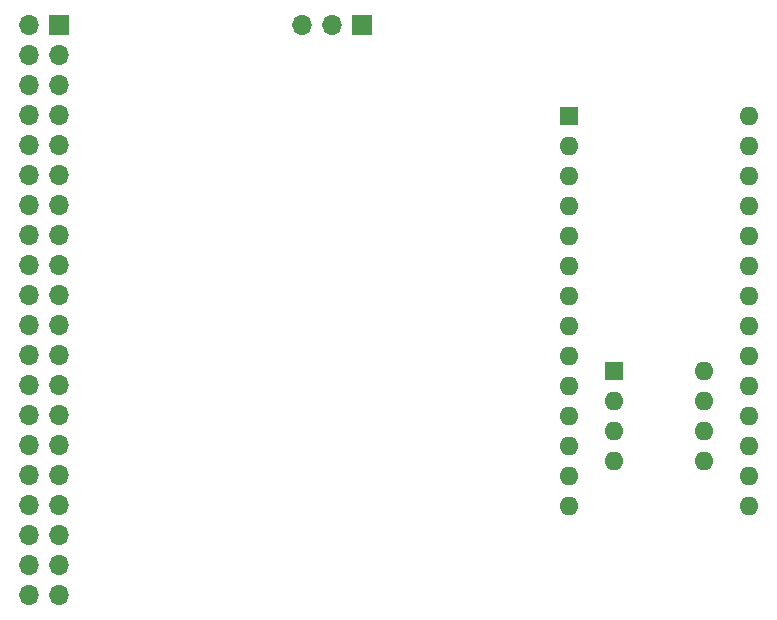
<source format=gbr>
G04 #@! TF.GenerationSoftware,KiCad,Pcbnew,6.0.11+dfsg-1*
G04 #@! TF.CreationDate,2023-12-04T13:58:26-05:00*
G04 #@! TF.ProjectId,pi-eeprom-programmer,70692d65-6570-4726-9f6d-2d70726f6772,1.0.0*
G04 #@! TF.SameCoordinates,Original*
G04 #@! TF.FileFunction,Soldermask,Top*
G04 #@! TF.FilePolarity,Negative*
%FSLAX46Y46*%
G04 Gerber Fmt 4.6, Leading zero omitted, Abs format (unit mm)*
G04 Created by KiCad (PCBNEW 6.0.11+dfsg-1) date 2023-12-04 13:58:26*
%MOMM*%
%LPD*%
G01*
G04 APERTURE LIST*
%ADD10R,1.700000X1.700000*%
%ADD11O,1.700000X1.700000*%
%ADD12R,1.600000X1.600000*%
%ADD13O,1.600000X1.600000*%
G04 APERTURE END LIST*
D10*
X136595201Y-44921500D03*
D11*
X134055201Y-44921500D03*
X136595201Y-47461500D03*
X134055201Y-47461500D03*
X136595201Y-50001500D03*
X134055201Y-50001500D03*
X136595201Y-52541500D03*
X134055201Y-52541500D03*
X136595201Y-55081500D03*
X134055201Y-55081500D03*
X136595201Y-57621500D03*
X134055201Y-57621500D03*
X136595201Y-60161500D03*
X134055201Y-60161500D03*
X136595201Y-62701500D03*
X134055201Y-62701500D03*
X136595201Y-65241500D03*
X134055201Y-65241500D03*
X136595201Y-67781500D03*
X134055201Y-67781500D03*
X136595201Y-70321500D03*
X134055201Y-70321500D03*
X136595201Y-72861500D03*
X134055201Y-72861500D03*
X136595201Y-75401500D03*
X134055201Y-75401500D03*
X136595201Y-77941500D03*
X134055201Y-77941500D03*
X136595201Y-80481500D03*
X134055201Y-80481500D03*
X136595201Y-83021500D03*
X134055201Y-83021500D03*
X136595201Y-85561500D03*
X134055201Y-85561500D03*
X136595201Y-88101500D03*
X134055201Y-88101500D03*
X136595201Y-90641500D03*
X134055201Y-90641500D03*
X136595201Y-93181500D03*
X134055201Y-93181500D03*
D12*
X179806600Y-52571500D03*
D13*
X179806600Y-55111500D03*
X179806600Y-57651500D03*
X179806600Y-60191500D03*
X179806600Y-62731500D03*
X179806600Y-65271500D03*
X179806600Y-67811500D03*
X179806600Y-70351500D03*
X179806600Y-72891500D03*
X179806600Y-75431500D03*
X179806600Y-77971500D03*
X179806600Y-80511500D03*
X179806600Y-83051500D03*
X179806600Y-85591500D03*
X195046600Y-85591500D03*
X195046600Y-83051500D03*
X195046600Y-80511500D03*
X195046600Y-77971500D03*
X195046600Y-75431500D03*
X195046600Y-72891500D03*
X195046600Y-70351500D03*
X195046600Y-67811500D03*
X195046600Y-65271500D03*
X195046600Y-62731500D03*
X195046600Y-60191500D03*
X195046600Y-57651500D03*
X195046600Y-55111500D03*
X195046600Y-52571500D03*
D12*
X183581600Y-74225000D03*
D13*
X183581600Y-76765000D03*
X183581600Y-79305000D03*
X183581600Y-81845000D03*
X191201600Y-81845000D03*
X191201600Y-79305000D03*
X191201600Y-76765000D03*
X191201600Y-74225000D03*
D10*
X162255200Y-44907200D03*
D11*
X159715200Y-44907200D03*
X157175200Y-44907200D03*
M02*

</source>
